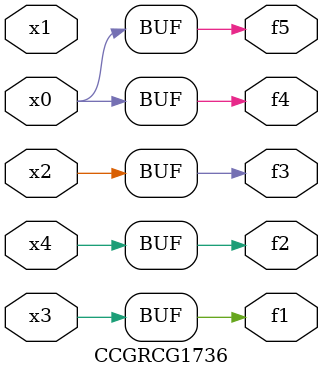
<source format=v>
module CCGRCG1736(
	input x0, x1, x2, x3, x4,
	output f1, f2, f3, f4, f5
);
	assign f1 = x3;
	assign f2 = x4;
	assign f3 = x2;
	assign f4 = x0;
	assign f5 = x0;
endmodule

</source>
